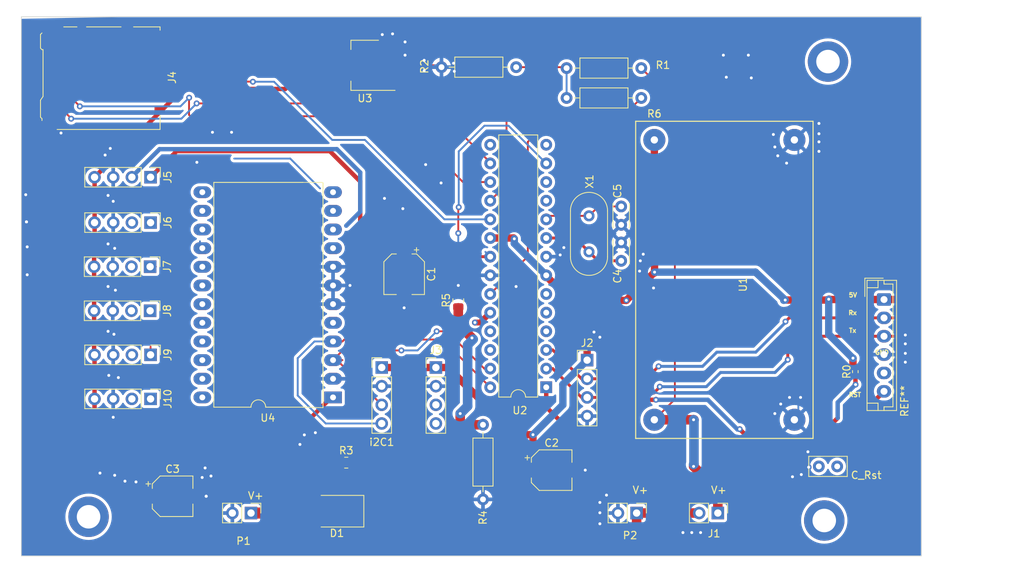
<source format=kicad_pcb>
(kicad_pcb (version 20221018) (generator pcbnew)
  (layers (0 "F.Cu" signal) (31 "B.Cu" signal) (34 "B.Paste" user) (35 "F.Paste" user) (36 "B.SilkS" user "B.Silkscreen") (37 "F.SilkS" user "F.Silkscreen") (38 "B.Mask" user) (39 "F.Mask" user) (44 "Edge.Cuts" user))
  (net 0 "")
  (net 1 "GND")
  (net 2 "+5V")
  (net 3 "Net-(U2-AREF)")
  (net 4 "Net-(U2-XTAL1{slash}PB6)")
  (net 5 "Net-(U2-XTAL2{slash}PB7)")
  (net 6 "Net-(D1-A)")
  (net 7 "Net-(D1-K)")
  (net 8 "Net-(U2-PC4)")
  (net 9 "Net-(U2-PC5)")
  (net 10 "Net-(J1-Pin_1)")
  (net 11 "Net-(J2-Pin_2)")
  (net 12 "Net-(J2-Pin_3)")
  (net 13 "Net-(J3-Pin_3)")
  (net 14 "Net-(J3-Pin_4)")
  (net 16 "/CS")
  (net 17 "/MOSI")
  (net 18 "/SCLK")
  (net 19 "/MISO")
  (net 22 "Net-(J5-Pin_1)")
  (net 23 "Net-(J5-Pin_2)")
  (net 24 "Net-(J6-Pin_1)")
  (net 25 "Net-(J6-Pin_2)")
  (net 26 "Net-(J7-Pin_1)")
  (net 27 "Net-(J7-Pin_2)")
  (net 28 "Net-(J8-Pin_1)")
  (net 29 "Net-(J8-Pin_2)")
  (net 30 "Net-(J9-Pin_1)")
  (net 31 "Net-(J9-Pin_2)")
  (net 32 "Net-(J10-Pin_1)")
  (net 33 "Net-(J10-Pin_2)")
  (net 34 "Net-(U2-PD7)")
  (net 35 "Net-(U2-PC0)")
  (net 37 "Net-(R1-Pad2)")
  (net 38 "Net-(R3-Pad1)")
  (net 44 "3v3")
  (net 52 "RST")
  (net 53 "CRst_1")
  (footprint "Package_TO_SOT_SMD:SOT-223-3_TabPin2" (layer "F.Cu") (at 142.24 68.58 180)
    (fp_text reference "U3")
    (fp_text value "AMS1117-3.3")
  )
  (footprint "Connector_PinHeader_2.54mm:PinHeader_1x02_P2.54mm_Vertical" (layer "F.Cu") (at 179.197 129.54 -90)
    (fp_text reference "P2")
    (fp_text value "BATT")
  )
  (footprint "Resistor_THT:R_Axial_DIN0207_L6.3mm_D2.5mm_P10.16mm_Horizontal" (layer "F.Cu") (at 158.3 117.52 -90)
    (fp_text reference "R4")
    (fp_text value "22K")
  )
  (footprint "Connector_PinHeader_2.54mm:PinHeader_1x04_P2.54mm_Vertical" (layer "F.Cu") (at 151.892 109.728)
    (fp_text reference "J3")
    (fp_text value "AUX")
  )
  (footprint "Resistor_THT:R_Axial_DIN0207_L6.3mm_D2.5mm_P10.16mm_Horizontal" (layer "F.Cu") (at 179.832 68.961 180)
    (fp_text reference "R1")
    (fp_text value "10K")
  )
  (footprint "Connector_PinHeader_2.54mm:PinHeader_1x02_P2.54mm_Vertical" (layer "F.Cu") (at 190.246 129.54 -90)
    (fp_text reference "J1")
    (fp_text value "SWITCH")
  )
  (footprint "Capacitor_THT:C_Disc_D5.0mm_W2.5mm_P2.50mm" (layer "F.Cu") (at 203.982 123.19)
    (fp_text reference "C_Rst")
    (fp_text value "0.1uF/10V")
  )
  (footprint "Connector_PinHeader_2.54mm:PinHeader_1x04_P2.54mm_Vertical" (layer "F.Cu") (at 113.02 96 -90)
    (fp_text reference "J7")
    (fp_text value "T5")
  )
  (footprint "Connector_PinHeader_2.54mm:PinHeader_1x04_P2.54mm_Vertical" (layer "F.Cu") (at 113.08 108 -90)
    (fp_text reference "J9")
    (fp_text value "T7")
  )
  (footprint "eec:DC-DC" (layer "F.Cu") (at 191.77 99.06 90)
    (fp_text reference "U1")
    (fp_text value "DC-DC")
  )
  (footprint "Resistor_SMD:R_0805_2012Metric" (layer "F.Cu") (at 139.7 122.682)
    (fp_text reference "R3")
    (fp_text value "33K, 0805W8F3302T5E")
  )
  (footprint "Package_DIP:DIP-24_W15.24mm_LongPads" (layer "F.Cu") (at 135.362 113.797 180)
    (fp_text reference "U4")
    (fp_text value "TCA9548APWR")
  )
  (footprint "Package_DIP:DIP-28_W7.62mm" (layer "F.Cu") (at 166.904 112.416 180)
    (fp_text reference "U2")
    (fp_text value "ATmega328P-P")
  )
  (footprint "Resistor_SMD:R_0805_2012Metric" (layer "F.Cu") (at 154.94 100.584 90)
    (fp_text reference "R5")
    (fp_text value "100, 0805W8F3302T5E")
  )
  (footprint "" (layer "F.Cu") (at 104.648 130.048)
    (fp_text reference "")
    (fp_text value "")
  )
  (footprint "Resistor_SMD:R_0402_1005Metric" (layer "F.Cu") (at 208.95 110.29 90)
    (fp_text reference "R0")
    (fp_text value "10k")
  )
  (footprint "Connector_PinHeader_2.54mm:PinHeader_1x04_P2.54mm_Vertical" (layer "F.Cu") (at 172.466 108.722)
    (fp_text reference "J2")
    (fp_text value "RS232")
  )
  (footprint "Connector_PinHeader_2.54mm:PinHeader_1x02_P2.54mm_Vertical" (layer "F.Cu") (at 126.746 129.54 -90)
    (fp_text reference "P1")
    (fp_text value "DC IN")
  )
  (footprint "Connector_PinHeader_2.54mm:PinHeader_1x04_P2.54mm_Vertical" (layer "F.Cu") (at 113.08 83.82 -90)
    (fp_text reference "J5")
    (fp_text value "T3")
  )
  (footprint "Connector_PinHeader_2.54mm:PinHeader_1x04_P2.54mm_Vertical" (layer "F.Cu") (at 113.08 114 -90)
    (fp_text reference "J10")
    (fp_text value "T8")
  )
  (footprint "Connector_PinHeader_2.54mm:PinHeader_1x04_P2.54mm_Vertical" (layer "F.Cu") (at 113.02 102 -90)
    (fp_text reference "J8")
    (fp_text value "T6")
  )
  (footprint "Capacitor_SMD:CP_Elec_5x5.4" (layer "F.Cu") (at 116.078 127.254)
    (fp_text reference "C3")
    (fp_text value "100uF/10V")
  )
  (footprint "MountingHole:MountingHole_3.2mm_M3_ISO14580_Pad" (layer "F.Cu") (at 204.724 130.556)
    (fp_text reference "REF**" hide)
    (fp_text value "MountingHole_3.2mm_M3_ISO14580_Pad")
  )
  (footprint "Resistor_THT:R_Axial_DIN0207_L6.3mm_D2.5mm_P10.16mm_Horizontal" (layer "F.Cu") (at 162.814 68.834 180)
    (fp_text reference "R2")
    (fp_text value "4K7")
  )
  (footprint "Resistor_THT:R_Axial_DIN0207_L6.3mm_D2.5mm_P10.16mm_Horizontal" (layer "F.Cu") (at 179.832 73.025 180)
    (fp_text reference "R6")
    (fp_text value "100")
  )
  (footprint "Capacitor_THT:C_Disc_D3.0mm_W2.0mm_P2.50mm" (layer "F.Cu") (at 177.1 87.8 -90)
    (fp_text reference "C5")
    (fp_text value "22p")
  )
  (footprint "Capacitor_SMD:CP_Elec_5x5.4" (layer "F.Cu") (at 167.64 123.698)
    (fp_text reference "C2")
    (fp_text value "100uF/10V")
  )
  (footprint "Capacitor_THT:C_Disc_D3.0mm_W2.0mm_P2.50mm" (layer "F.Cu") (at 177.1 95.2 90)
    (fp_text reference "C4")
    (fp_text value "22p")
  )
  (footprint "Connector_Card:microSD_HC_Hirose_DM3AT-SF-PEJM5" (layer "F.Cu") (at 106.493 70.325 -90)
    (fp_text reference "J4")
    (fp_text value "Micro_SD_Card")
  )
  (footprint "Crystal:Crystal_HC18-U_Vertical" (layer "F.Cu") (at 172.72 93.98 90)
    (fp_text reference "X1")
    (fp_text value "Crystal")
  )
  (footprint "Connector_PinHeader_2.54mm:PinHeader_1x04_P2.54mm_Vertical" (layer "F.Cu") (at 144.526 109.728)
    (fp_text reference "i2C1")
    (fp_text value "J2")
  )
  (footprint "Connector_PinHeader_2.54mm:PinHeader_1x04_P2.54mm_Vertical" (layer "F.Cu") (at 113.08 90 -90)
    (fp_text reference "J6")
    (fp_text value "T4")
  )
  (footprint "Connector_JST:JST_EH_B6B-EH-A_1x06_P2.50mm_Vertical" (layer "F.Cu") (at 212.852 100.47 -90)
    (fp_text reference "REF**")
    (fp_text value "JST_EH_B6B-EH-A_1x06_P2.50mm_Vertical" hide)
  )
  (footprint "Diode_SMD:D_SMB" (layer "F.Cu") (at 138.43 129.286 180)
    (fp_text reference "D1")
    (fp_text value "SMB(DO-214AA)")
  )
  (footprint "Capacitor_SMD:CP_Elec_5x5.4" (layer "F.Cu") (at 147.574 97.028 -90)
    (fp_text reference "C1")
    (fp_text value "100uF/10V")
  )
  (footprint "" (layer "F.Cu") (at 205.232 68.072)
    (fp_text reference "")
    (fp_text value "")
  )
  (gr_rect (start 95.504 61.976) (end 217.932 135.382) (stroke (width 0.1)) (fill none) (layer "Edge.Cuts"))
  (gr_text "RST\n" (at 207.988 113.792) (layer "F.SilkS") (effects (font (size 0.6 0.6) (thickness 0.15) bold) (justify left bottom)))
  (gr_text "V+\n" (at 126.238 127.762) (layer "F.SilkS") (effects (font (size 1 1)) (justify left bottom)))
  (gr_text "V+\n" (at 178.562 127) (layer "F.SilkS") (effects (font (size 1 1)) (justify left bottom)))
  (gr_text "Tx" (at 208.012 105.04) (layer "F.SilkS") (effects (font (size 0.6 0.6) (thickness 0.15) bold) (justify left bottom)))
  (gr_text "GND\n" (at 211.56 108.03) (layer "F.SilkS") (effects (font (size 0.6 0.6) (thickness 0.15) bold) (justify left bottom)))
  (gr_text "V+\n" (at 189.23 127) (layer "F.SilkS") (effects (font (size 1 1)) (justify left bottom)))
  (gr_text "5V\n" (at 207.982 100.21) (layer "F.SilkS") (effects (font (size 0.6 0.6)) (justify left bottom)))
  (gr_text "Rx" (at 207.942 102.63) (layer "F.SilkS") (effects (font (size 0.6 0.6)) (justify left bottom)))
  (segment (start 100.85 81.05) (end 97.2 77.4) (width 0.4) (layer "F.Cu") (net 1))
  (segment (start 169.84 123.698) (end 172.212 123.698) (width 0.25) (layer "F.Cu") (net 1))
  (segment (start 120.396 127.254) (end 120.65 127) (width 0.25) (layer "F.Cu") (net 1))
  (segment (start 158.98 97.48) (end 159.284 97.176) (width 0.25) (layer "F.Cu") (net 1))
  (segment (start 147.94 68.58) (end 152.4 68.58) (width 0.25) (layer "F.Cu") (net 1))
  (segment (start 145.39 70.88) (end 145.64 70.88) (width 0.25) (layer "F.Cu") (net 1))
  (segment (start 147.574 99.228) (end 147.574 101.6) (width 0.25) (layer "F.Cu") (net 1))
  (segment (start 145.64 70.88) (end 147.94 68.58) (width 0.25) (layer "F.Cu") (net 1))
  (segment (start 118.278 127.254) (end 120.396 127.254) (width 0.8) (layer "F.Cu") (net 1))
  (segment (start 108.01 83.89) (end 107.94 83.82) (width 0.25) (layer "F.Cu") (net 1))
  (via (at 215.752 109) (size 0.8) (drill 0.4) (layers "F.Cu" "B.Cu") (net 1))
  (via (at 154.3 68.3) (size 0.8) (drill 0.4) (layers "F.Cu" "B.Cu") (net 1))
  (via (at 144.6 64.4) (size 0.8) (drill 0.4) (layers "F.Cu" "B.Cu") (net 1))
  (via (at 215.752 106.5) (size 0.8) (drill 0.4) (layers "F.Cu" "B.Cu") (net 1))
  (via (at 120.65 127.254) (size 0.8) (drill 0.4) (layers "F.Cu" "B.Cu") (net 1))
  (via (at 147.4 88.1) (size 0.8) (drill 0.4) (layers "F.Cu" "B.Cu") (net 1))
  (via (at 96.3 97.1) (size 0.8) (drill 0.4) (layers "F.Cu" "B.Cu") (net 1))
  (via (at 100.9 77.8) (size 0.8) (drill 0.4) (layers "F.Cu" "B.Cu") (net 1))
  (via (at 144.9 86.7) (size 0.8) (drill 0.4) (layers "F.Cu" "B.Cu") (net 1))
  (via (at 174.2 105.6) (size 0.8) (drill 0.4) (layers "F.Cu" "B.Cu") (net 1))
  (via (at 215.752 107.8) (size 0.8) (drill 0.4) (layers "F.Cu" "B.Cu") (net 1))
  (via (at 133.4 120.2) (size 0.8) (drill 0.4) (layers "F.Cu" "B.Cu") (net 1))
  (via (at 146 64.3) (size 0.8) (drill 0.4) (layers "F.Cu" "B.Cu") (net 1))
  (via (at 108.2 93.5) (size 0.8) (drill 0.4) (layers "F.Cu" "B.Cu") (net 1))
  (via (at 198 116) (size 0.8) (drill 0.4) (layers "F.Cu" "B.Cu") (net 1))
  (via (at 169.3 93.4) (size 0.8) (drill 0.4) (layers "F.Cu" "B.Cu") (net 1))
  (via (at 154.4 69.4) (size 0.8) (drill 0.4) (layers "F.Cu" "B.Cu") (net 1))
  (via (at 107.3 86.3) (size 0.8) (drill 0.4) (layers "F.Cu" "B.Cu") (net 1))
  (via (at 201.5 113.8) (size 0.8) (drill 0.4) (layers "F.Cu" "B.Cu") (net 1))
  (via (at 121.3 124.5) (size 0.8) (drill 0.4) (layers "F.Cu" "B.Cu") (net 1))
  (via (at 191 67.2) (size 0.8) (drill 0.4) (layers "F.Cu" "B.Cu") (net 1))
  (via (at 173.4 104.9) (size 0.8) (drill 0.4) (layers "F.Cu" "B.Cu") (net 1))
  (via (at 162.8 98.7) (size 0.8) (drill 0.4) (layers "F.Cu" "B.Cu") (net 1))
  (via (at 174.2 128.1) (size 0.8) (drill 0.4) (layers "F.Cu" "B.Cu") (net 1))
  (via (at 201.6 124.3) (size 0.8) (drill 0.4) (layers "F.Cu" "B.Cu") (net 1))
  (via (at 174.2 131) (size 0.8) (drill 0.4) (layers "F.Cu" "B.Cu") (net 1))
  (via (at 179.7 95.2) (size 0.8) (drill 0.4) (layers "F.Cu" "B.Cu") (net 1))
  (via (at 108 87.1) (size 0.8) (drill 0.4) (layers "F.Cu" "B.Cu") (net 1))
  (via (at 199.6 81.9) (size 0.8) (drill 0.4) (layers "F.Cu" "B.Cu") (net 1))
  (via (at 120.1 124.7) (size 0.8) (drill 0.4) (layers "F.Cu" "B.Cu") (net 1))
  (via (at 202.5 121.2) (size 0.8) (drill 0.4) (layers "F.Cu" "B.Cu") (net 1))
  (via (at 150.3 69.3) (size 0.8) (drill 0.4) (layers "F.Cu" "B.Cu") (net 1))
  (via (at 174.2 129.5) (size 0.8) (drill 0.4) (layers "F.Cu" "B.Cu") (net 1))
  (via (at 134 118.9) (size 0.8) (drill 0.4) (layers "F.Cu" "B.Cu") (net 1))
  (via (at 175.1 127.1) (size 0.8) (drill 0.4) (layers "F.Cu" "B.Cu") (net 1))
  (via (at 147.7 67.2) (size 0.8) (drill 0.4) (layers "F.Cu" "B.Cu") (net 1))
  (via (at 108.7 111.1) (size 0.8) (drill 0.4) (layers "F.Cu" "B.Cu") (net 1))
  (via (at 140.208 98.552) (size 0.8) (drill 0.4) (layers "F.Cu" "B.Cu") (net 1))
  (via (at 179.6 96.6) (size 0.8) (drill 0.4) (layers "F.Cu" "B.Cu") (net 1))
  (via (at 108.1 105.2) (size 0.8) (drill 0.4) (layers "F.Cu" "B.Cu") (net 1))
  (via (at 172.212 123.698) (size 0.8) (drill 0.4) (layers "F.Cu" "B.Cu") (net 1))
  (via (at 168.8 94.4) (size 0.8) (drill 0.4) (layers "F.Cu" "B.Cu") (net 1))
  (via (at 135.5 118.6) (size 0.8) (drill 0.4) (layers "F.Cu" "B.Cu") (net 1))
  (via (at 106.2 124.1) (size 0.8) (drill 0.4) (layers "F.Cu" "B.Cu") (net 1))
  (via (at 200.4 124.6) (size 0.8) (drill 0.4) (layers "F.Cu" "B.Cu") (net 1))
  (via (at 119.38 81.788) (size 0.8) (drill 0.4) (layers "F.Cu" "B.Cu") (net 1))
  (via (at 194.8 70.3) (size 0.8) (drill 0.4) (layers "F.Cu" "B.Cu") (net 1))
  (via (at 109.6 125.2) (size 0.8) (drill 0.4) (layers "F.Cu" "B.Cu") (net 1))
  (via (at 121.5 77.7) (size 0.8) (drill 0.4) (layers "F.Cu" "B.Cu") (net 1))
  (via (at 120.5 123.4) (size 0.8) (drill 0.4) (layers "F.Cu" "B.Cu") (net 1))
  (via (at 198.4 80.9) (size 0.8) (drill 0.4) (layers "F.Cu" "B.Cu") (net 1))
  (via (at 107.3 98.7) (size 0.8) (drill 0.4) (layers "F.Cu" "B.Cu") (net 1))
  (via (at 187.9 132.2) (size 0.8) (drill 0.4) (layers "F.Cu" "B.Cu") (net 1))
  (via (at 96.2 89.9) (size 0.8) (drill 0.4) (layers "F.Cu" "B.Cu") (net 1))
  (via (at 150.5 82.1) (size 0.8) (drill 0.4) (layers "F.Cu" "B.Cu") (net 1))
  (via (at 108 116.5) (size 0.8) (drill 0.4) (layers "F.Cu" "B.Cu") (net 1))
  (via (at 147.574 101.6) (size 0.8) (drill 0.4) (layers "F.Cu" "B.Cu") (net 1))
  (via (at 204 77.9) (size 0.8) (drill 0.4) (layers "F.Cu" "B.Cu") (net 1))
  (via (at 96.1 86.2) (size 0.8) (drill 0.4) (layers "F.Cu" "B.Cu") (net 1))
  (via (at 191.4 70.2) (size 0.8) (drill 0.4) (layers "F.Cu" "B.Cu") (net 1))
  (via (at 204 80.3) (size 0.8) (drill 0.4) (layers "F.Cu" "B.Cu") (net 1))
  (via (at 197.8 78) (size 0.8) (drill 0.4) (layers "F.Cu" "B.Cu") (net 1))
  (via (at 185.5 132.2) (size 0.8) (drill 0.4) (layers "F.Cu" "B.Cu") (net 1))
  (via (at 200 113.8) (size 0.8) (drill 0.4) (layers "F.Cu" "B.Cu") (net 1))
  (via (at 107.3 104.8) (size 0.8) (drill 0.4) (layers "F.Cu" "B.Cu") (net 1))
  (via (at 204 76.5) (size 0.8) (drill 0.4) (layers "F.Cu" "B.Cu") (net 1))
  (via (at 96.2 89.9) (size 0.8) (drill 0.4) (layers "F.Cu" "B.Cu") (net 1))
  (via (at 96.3 93.3) (size 0.8) (drill 0.4) (layers "F.Cu" "B.Cu") (net 1))
  (via (at 215.752 105.3) (size 0.8) (drill 0.4) (layers "F.Cu" "B.Cu") (net 1))
  (via (at 180.1 94.3) (size 0.8) (drill 0.4) (layers "F.Cu" "B.Cu") (net 1))
  (via (at 111.1 125.3) (size 0.8) (drill 0.4) (layers "F.Cu" "B.Cu") (net 1))
  (via (at 202.6 123.3) (size 0.8) (drill 0.4) (layers "F.Cu" "B.Cu") (net 1))
  (via (at 124.1 77.7) (size 0.8) (drill 0.4) (layers "F.Cu" "B.Cu") (net 1))
  (via (at 181.5 98.9) (size 0.8) (drill 0.4) (layers "F.Cu" "B.Cu") (net 1))
  (via (at 204 79) (size 0.8) (drill 0.4) (layers "F.Cu" "B.Cu") (net 1))
  (via (at 198.8 114.7) (size 0.8) (drill 0.4) (layers "F.Cu" "B.Cu") (net 1))
  (via (at 186.7 132.2) (size 0.8) (drill 0.4) (layers "F.Cu" "B.Cu") (net 1))
  (via (at 107.6 79.9) (size 0.8) (drill 0.4) (layers "F.Cu" "B.Cu") (net 1))
  (via (at 150.3 67.9) (size 0.8) (drill 0.4) (layers "F.Cu" "B.Cu") (net 1))
  (via (at 120.65 127.254) (size 0.8) (drill 0.4) (layers "F.Cu" "B.Cu") (net 1))
  (via (at 108.2 124.4) (size 0.8) (drill 0.4) (layers "F.Cu" "B.Cu") (net 1))
  (via (at 198 79.7) (size 0.8) (drill 0.4) (layers "F.Cu" "B.Cu") (net 1))
  (via (at 194.4 67.2) (size 0.8) (drill 0.4) (layers "F.Cu" "B.Cu") (net 1))
  (via (at 106.9 80.8) (size 0.8) (drill 0.4) (layers "F.Cu" "B.Cu") (net 1))
  (via (at 107.4 110.8) (size 0.8) (drill 0.4) (layers "F.Cu" "B.Cu") (net 1))
  (via (at 107.3 92.9) (size 0.8) (drill 0.4) (layers "F.Cu" "B.Cu") (net 1))
  (via (at 147.7 65.4) (size 0.8) (drill 0.4) (layers "F.Cu" "B.Cu") (net 1))
  (via (at 108.3 99.2) (size 0.8) (drill 0.4) (layers "F.Cu" "B.Cu") (net 1))
  (via (at 152.6 84.6) (size 0.8) (drill 0.4) (layers "F.Cu" "B.Cu") (net 1))
  (segment (start 107.94 101.6) (end 107.87 101.67) (width 0.25) (layer "B.Cu") (net 1))
  (segment (start 158.98 97.48) (end 159.284 97.176) (width 0.25) (layer "B.Cu") (net 1))
  (segment (start 107.94 83.82) (end 108.01 83.89) (width 0.25) (layer "B.Cu") (net 1))
  (segment (start 107.94 98.84) (end 107.94 96.52) (width 0.25) (layer "B.Cu") (net 1))
  (segment (start 108.01 87.11) (end 108 87.1) (width 0.25) (layer "B.Cu") (net 1))
  (segment (start 107.94 101.6) (end 107.94 99.56) (width 0.25) (layer "B.Cu") (net 1))
  (segment (start 201.2 116.3) (end 200.66 116.84) (width 0.25) (layer "B.Cu") (net 1))
  (segment (start 167.878 122.555) (end 169.545 122.555) (width 0.8) (layer "B.Cu") (net 1))
  (segment (start 198.42 76.5) (end 200.66 78.74) (width 0.25) (layer "B.Cu") (net 1))
  (segment (start 152.4 68.58) (end 151.78 68.58) (width 0.25) (layer "B.Cu") (net 1))
  (segment (start 172.42 76.5) (end 198.42 76.5) (width 0.25) (layer "B.Cu") (net 1))
  (segment (start 107.94 93.24) (end 107.94 91.51) (width 0.25) (layer "B.Cu") (net 1))
  (segment (start 108.1 105.2) (end 107.87 105.43) (width 0.25) (layer "B.Cu") (net 1))
  (segment (start 108.3 99.2) (end 107.94 98.84) (width 0.25) (layer "B.Cu") (net 1))
  (segment (start 108.01 87.09) (end 108 87.1) (width 0.25) (layer "B.Cu") (net 1))
  (segment (start 201.2 79.28) (end 201.2 116.3) (width 0.25) (layer "B.Cu") (net 1))
  (segment (start 107.94 91.51) (end 108.01 91.44) (width 0.25) (layer "B.Cu") (net 1))
  (segment (start 107.94 99.56) (end 108.3 99.2) (width 0.25) (layer "B.Cu") (net 1))
  (segment (start 107.94 96.52) (end 107.94 93.76) (width 0.25) (layer "B.Cu") (net 1))
  (segment (start 108.2 93.5) (end 107.94 93.24) (width 0.25) (layer "B.Cu") (net 1))
  (segment (start 107.87 104.97) (end 108.1 105.2) (width 0.25) (layer "B.Cu") (net 1))
  (segment (start 107.94 93.76) (end 108.2 93.5) (width 0.25) (layer "B.Cu") (net 1))
  (segment (start 200.66 78.74) (end 201.2 79.28) (width 0.25) (layer "B.Cu") (net 1))
  (segment (start 165.1 118.872) (end 165.1 123.358) (width 1) (layer "F.Cu") (net 2))
  (segment (start 166.904 97.176) (end 166.904 97.272629) (width 1) (layer "F.Cu") (net 2))
  (segment (start 166.904 97.272629) (end 167.929371 98.298) (width 1) (layer "F.Cu") (net 2))
  (segment (start 167.929371 98.298) (end 172.72 98.298) (width 1) (layer "F.Cu") (net 2))
  (segment (start 208.63 109.46) (end 208.95 109.78) (width 1) (layer "F.Cu") (net 2))
  (segment (start 162.454 92.096) (end 159.284 92.096) (width 1) (layer "F.Cu") (net 2))
  (segment (start 205.33 100.55) (end 205.33 100.43) (width 1) (layer "F.Cu") (net 2))
  (segment (start 173.99 99.568) (end 173.99 100.584) (width 1) (layer "F.Cu") (net 2))
  (segment (start 172.466 104.525852) (end 173.99 103.001852) (width 1) (layer "F.Cu") (net 2))
  (segment (start 205.33 100.43) (end 205.45 100.43) (width 1) (layer "F.Cu") (net 2))
  (segment (start 181.64 96.74) (end 181.64 96.744) (width 1) (layer "F.Cu") (net 2))
  (segment (start 151.892 109.728) (end 153.543 109.728) (width 1) (layer "F.Cu") (net 2))
  (segment (start 181.59 96.79) (end 181.61 96.81) (width 1) (layer "F.Cu") (net 2))
  (segment (start 205.41 100.47) (end 216.7 100.47) (width 1) (layer "F.Cu") (net 2))
  (segment (start 173.99 100.584) (end 177.8 100.584) (width 1) (layer "F.Cu") (net 2))
  (segment (start 181.64 96.744) (end 177.8 100.584) (width 1) (layer "F.Cu") (net 2))
  (segment (start 151.892 109.728) (end 144.526 109.728) (width 1) (layer "F.Cu") (net 2))
  (segment (start 205.34 100.54) (end 205.33 100.55) (width 1) (layer "F.Cu") (net 2))
  (segment (start 181.61 96.81) (end 181.61 96.873878) (width 1) (layer "F.Cu") (net 2))
  (segment (start 205.45 100.43) (end 205.41 100.47) (width 1) (layer "F.Cu") (net 2))
  (segment (start 162.56 92.202) (end 162.454 92.096) (width 1) (layer "F.Cu") (net 2))
  (segment (start 153.543 109.728) (end 162.687 118.872) (width 1) (layer "F.Cu") (net 2))
  (segment (start 172.466 108.722) (end 172.466 104.525852) (width 1) (layer "F.Cu") (net 2))
  (segment (start 165.1 123.358) (end 165.44 123.698) (width 1) (layer "F.Cu") (net 2))
  (segment (start 181.61 78.74) (end 181.64 96.74) (width 1) (layer "F.Cu") (net 2))
  (segment (start 172.72 98.298) (end 173.99 99.568) (width 1) (layer "F.Cu") (net 2))
  (segment (start 173.99 103.001852) (end 173.99 100.584) (width 1) (layer "F.Cu") (net 2))
  (segment (start 181.61 96.77) (end 181.59 96.79) (width 1) (layer "F.Cu") (net 2))
  (segment (start 181.64 96.74) (end 181.61 96.77) (width 1) (layer "F.Cu") (net 2))
  (segment (start 208.63 108.45) (end 208.63 109.46) (width 1) (layer "F.Cu") (net 2))
  (segment (start 162.687 118.872) (end 165.1 118.872) (width 1) (layer "F.Cu") (net 2))
  (segment (start 205.34 100.54) (end 205.46 100.54) (width 1) (layer "F.Cu") (net 2))
  (segment (start 199.41 100.54) (end 205.34 100.54) (width 1) (layer "F.Cu") (net 2))
  (via (at 181.64 96.74) (size 0.8) (drill 0.4) (layers "F.Cu" "B.Cu") (net 2))
  (via (at 208.63 108.45) (size 0.8) (drill 0.4) (layers "F.Cu" "B.Cu") (net 2))
  (via (at 205.33 100.43) (size 0.8) (drill 0.4) (layers "F.Cu" "B.Cu") (net 2))
  (via (at 165.1 118.872) (size 0.8) (drill 0.4) (layers "F.Cu" "B.Cu") (net 2))
  (via (at 162.56 92.202) (size 0.8) (drill 0.4) (layers "F.Cu" "B.Cu") (net 2))
  (via (at 177.8 100.584) (size 0.8) (drill 0.4) (layers "F.Cu" "B.Cu") (net 2))
  (via (at 199.41 100.54) (size 0.8) (drill 0.4) (layers "F.Cu" "B.Cu") (net 2))
  (segment (start 181.64 96.74) (end 195.37 96.74) (width 1) (layer "B.Cu") (net 2))
  (segment (start 208.63 108.5) (end 208.53 108.4) (width 1) (layer "B.Cu") (net 2))
  (segment (start 162.56 92.202) (end 162.56 92.832) (width 1) (layer "B.Cu") (net 2))
  (segment (start 169.164 114.808) (end 165.1 118.872) (width 1) (layer "B.Cu") (net 2))
  (segment (start 205.33 100.43) (end 205.33 105.2) (width 1) (layer "B.Cu") (net 2))
  (segment (start 199.41 100.54) (end 199.21 100.58) (width 1) (layer "B.Cu") (net 2))
  (segment (start 208.58 108.45) (end 208.63 108.45) (width 1) (layer "B.Cu") (net 2))
  (segment (start 162.56 92.832) (end 166.904 97.176) (width 1) (layer "B.Cu") (net 2))
  (segment (start 169.164 112.024) (end 169.164 114.808) (width 1) (layer "B.Cu") (net 2))
  (segment (start 208.63 108.45) (end 208.63 108.5) (width 1) (layer "B.Cu") (net 2))
  (segment (start 205.33 105.2) (end 208.58 108.45) (width 1) (layer "B.Cu") (net 2))
  (segment (start 195.37 96.74) (end 199.41 100.54) (width 1) (layer "B.Cu") (net 2))
  (segment (start 172.466 108.722) (end 169.164 112.024) (width 1) (layer "B.Cu") (net 2))
  (segment (start 159.284 94.636) (end 147.766 94.636) (width 0.4) (layer "F.Cu") (net 3))
  (segment (start 147.766 94.636) (end 147.574 94.828) (width 0.25) (layer "F.Cu") (net 3))
  (segment (start 158.628 93.98) (end 159.284 94.636) (width 0.25) (layer "B.Cu") (net 3))
  (segment (start 166.904 92.096) (end 170.836 92.096) (width 0.4) (layer "F.Cu") (net 4))
  (segment (start 172.72 93.98) (end 173.94 95.2) (width 0.4) (layer "F.Cu") (net 4))
  (segment (start 170.836 92.096) (end 172.72 93.98) (width 0.4) (layer "F.Cu") (net 4))
  (segment (start 173.94 95.2) (end 177.1 95.2) (width 0.4) (layer "F.Cu") (net 4))
  (segment (start 174 87.8) (end 172.72 89.08) (width 0.25) (layer "F.Cu") (net 5))
  (segment (start 167.38 89.08) (end 166.904 89.556) (width 0.25) (layer "F.Cu") (net 5))
  (segment (start 172.72 89.08) (end 167.38 89.08) (width 0.25) (layer "F.Cu") (net 5))
  (segment (start 177.1 87.8) (end 174 87.8) (width 0.25) (layer "F.Cu") (net 5))
  (segment (start 135.89 129.286) (end 135.636 129.54) (width 0.25) (layer "F.Cu") (net 6))
  (segment (start 135.636 123.684) (end 136.638 122.682) (width 1.5) (layer "F.Cu") (net 6))
  (segment (start 136.638 122.682) (end 138.7875 122.682) (width 1.5) (layer "F.Cu") (net 6))
  (segment (start 126.746 129.54) (end 135.636 129.54) (width 1.5) (layer "F.Cu") (net 6))
  (segment (start 135.636 129.54) (end 135.636 123.684) (width 1.5) (layer "F.Cu") (net 6))
  (segment (start 179.197 129.54) (end 179.197 131.203) (width 1.3) (layer "F.Cu") (net 7))
  (segment (start 179.197 129.54) (end 187.706 129.54) (width 1.3) (layer "F.Cu") (net 7))
  (segment (start 179.197 131.203) (end 177.3 133.1) (width 1.3) (layer "F.Cu") (net 7))
  (segment (start 177.3 133.1) (end 154.436 133.1) (width 1.3) (layer "F.Cu") (net 7))
  (segment (start 154.436 133.1) (end 150.622 129.286) (width 1.3) (layer "F.Cu") (net 7))
  (segment (start 175 132.4) (end 175.1 132.3) (width 0.25) (layer "F.Cu") (net 7))
  (segment (start 150.622 129.286) (end 140.58 129.286) (width 1.3) (layer "F.Cu") (net 7))
  (segment (start 153.4 104.8) (end 158.476 109.876) (width 0.25) (layer "F.Cu") (net 8))
  (segment (start 152 104.8) (end 153.4 104.8) (width 0.25) (layer "F.Cu") (net 8))
  (segment (start 158.476 109.876) (end 159.284 109.876) (width 0.25) (layer "F.Cu") (net 8))
  (segment (start 137.902 108.717) (end 139.219 107.4) (width 0.25) (layer "F.Cu") (net 8))
  (segment (start 137.902 108.717) (end 139.184 108.717) (width 0.25) (layer "F.Cu") (net 8))
  (segment (start 139.219 107.4) (end 147.2 107.4) (width 0.25) (layer "F.Cu") (net 8))
  (segment (start 137.902 108.717) (end 138.435 108.717) (width 0.25) (layer "F.Cu") (net 8))
  (segment (start 138.435 108.717) (end 144.526 114.808) (width 0.25) (layer "F.Cu") (net 8))
  (via (at 147.2 107.4) (size 0.8) (drill 0.4) (layers "F.Cu" "B.Cu") (net 8))
  (via (at 152 104.8) (size 0.8) (drill 0.4) (layers "F.Cu" "B.Cu") (net 8))
  (segment (start 149.4 107.4) (end 147.2 107.4) (width 0.25) (layer "B.Cu") (net 8))
  (segment (start 152 104.8) (end 149.4 107.4) (width 0.25) (layer "B.Cu") (net 8))
  (segment (start 137.902 106.177) (end 139.184 106.177) (width 0.25) (layer "F.Cu") (net 9))
  (segment (start 152.786 105.918) (end 159.284 112.416) (width 0.25) (layer "F.Cu") (net 9))
  (segment (start 139.443 105.918) (end 152.786 105.918) (width 0.25) (layer "F.Cu") (net 9))
  (segment (start 139.184 106.177) (end 139.443 105.918) (width 0.25) (layer "F.Cu") (net 9))
  (segment (start 136.906 117.348) (end 133.096 113.538) (width 0.25) (layer "B.Cu") (net 9))
  (segment (start 133.096 108.458) (end 135.377 106.177) (width 0.25) (layer "B.Cu") (net 9))
  (segment (start 144.526 117.348) (end 136.906 117.348) (width 0.25) (layer "B.Cu") (net 9))
  (segment (start 135.377 106.177) (end 137.902 106.177) (width 0.25) (layer "B.Cu") (net 9))
  (segment (start 133.096 113.538) (end 133.096 108.458) (width 0.25) (layer "B.Cu") (net 9))
  (segment (start 190.246 126.492) (end 190.246 129.54) (width 1.3) (layer "F.Cu") (net 10))
  (segment (start 186.944 116.84) (end 181.61 116.84) (width 1.3) (layer "F.Cu") (net 10))
  (segment (start 179.832 68.961) (end 184.4 73.529) (width 0.25) (layer "F.Cu") (net 10))
  (segment (start 186.944 123.19) (end 190.246 126.492) (width 1.3) (layer "F.Cu") (net 10))
  (segment (start 184.4 114.05) (end 181.61 116.84) (width 0.25) (layer "F.Cu") (net 10))
  (segment (start 184.4 73.529) (end 184.4 114.05) (width 0.25) (layer "F.Cu") (net 10))
  (segment (start 187.003878 116.84) (end 186.944 116.84) (width 1.3) (layer "F.Cu") (net 10))
  (via (at 186.944 116.84) (size 0.8) (drill 0.4) (layers "F.Cu" "B.Cu") (net 10))
  (via (at 186.944 123.19) (size 0.8) (drill 0.4) (layers "F.Cu" "B.Cu") (net 10))
  (segment (start 186.998 116.894) (end 186.998 122.882) (width 1.3) (layer "B.Cu") (net 10))
  (segment (start 186.998 122.882) (end 186.944 122.936) (width 1.3) (layer "B.Cu") (net 10))
  (segment (start 186.944 116.84) (end 186.998 116.894) (width 1.3) (layer "B.Cu") (net 10))
  (segment (start 172.466 111.262) (end 171.714 111.262) (width 0.4) (layer "F.Cu") (net 11))
  (segment (start 182.19 109.57) (end 180.498 111.262) (width 0.4) (layer "F.Cu") (net 11))
  (segment (start 199.95 102.97) (end 216.7 102.97) (width 0.4) (layer "F.Cu") (net 11))
  (segment (start 171.714 111.262) (end 167.788 107.336) (width 0.4) (layer "F.Cu") (net 11))
  (segment (start 167.788 107.336) (end 166.904 107.336) (width 0.4) (layer "F.Cu") (net 11))
  (segment (start 180.498 111.262) (end 172.466 111.262) (width 0.4) (layer "F.Cu") (net 11))
  (segment (start 199.45 103.47) (end 199.95 102.97) (width 0.4) (layer "F.Cu") (net 11))
  (via (at 182.19 109.57) (size 0.8) (drill 0.4) (layers "F.Cu" "B.Cu") (net 11))
  (via (at 199.45 103.47) (size 0.8) (drill 0.4) (layers "F.Cu" "B.Cu") (net 11))
  (segment (start 195.415 107.63) (end 199.42 103.625) (width 0.4) (layer "B.Cu") (net 11))
  (segment (start 188.17 109.57) (end 182.19 109.57) (width 0.4) (layer "B.Cu") (net 11))
  (segment (start 190.11 107.63) (end 195.415 107.63) (width 0.4) (layer "B.Cu") (net 11))
  (segment (start 188.17 109.57) (end 190.11 107.63) (width 0.4) (layer "B.Cu") (net 11))
  (segment (start 199.42 103.625) (end 199.42 103.495) (width 0.4) (layer "B.Cu") (net 11))
  (segment (start 167.788 109.876) (end 166.904 109.876) (width 0.4) (layer "F.Cu") (net 12))
  (segment (start 176.53 113.2) (end 175.928 113.802) (width 0.4) (layer "F.Cu") (net 12))
  (segment (start 182.35 112.34) (end 182.39 112.34) (width 0.4) (layer "F.Cu") (net 12))
  (segment (start 199.76 107.326) (end 201.616 105.47) (width 0.4) (layer "F.Cu") (net 12))
  (segment (start 201.616 105.47) (end 216.7 105.47) (width 0.4) (layer "F.Cu") (net 12))
  (segment (start 181.53 113.2) (end 182.35 112.38) (width 0.4) (layer "F.Cu") (net 12))
  (segment (start 176.53 113.2) (end 181.53 113.2) (width 0.4) (layer "F.Cu") (net 12))
  (segment (start 182.39 112.34) (end 182.39 112.34) (width 0.4) (layer "F.Cu") (net 12))
  (segment (start 171.714 113.802) (end 167.788 109.876) (width 0.4) (layer "F.Cu") (net 12))
  (segment (start 172.466 113.802) (end 171.714 113.802) (width 0.4) (layer "F.Cu") (net 12))
  (segment (start 182.35 112.38) (end 182.35 112.34) (width 0.4) (layer "F.Cu") (net 12))
  (segment (start 199.76 108.66) (end 199.76 107.326) (width 0.4) (layer "F.Cu") (net 12))
  (segment (start 175.928 113.802) (end 172.466 113.802) (width 0.4) (layer "F.Cu") (net 12))
  (via (at 199.76 108.66) (size 0.8) (drill 0.4) (layers "F.Cu" "B.Cu") (net 12))
  (via (at 182.35 112.34) (size 0.8) (drill 0.4) (layers "F.Cu" "B.Cu") (net 12))
  (segment (start 199.77 108.66) (end 199.69 108.74) (width 0.4) (layer "B.Cu") (net 12))
  (segment (start 198.03 110.4) (end 199.76 108.67) (width 0.4) (layer "B.Cu") (net 12))
  (segment (start 199.76 108.66) (end 199.77 108.66) (width 0.4) (layer "B.Cu") (net 12))
  (segment (start 199.76 108.67) (end 199.76 108.66) (width 0.4) (layer "B.Cu") (net 12))
  (segment (start 190.62 110.4) (end 198.03 110.4) (width 0.4) (layer "B.Cu") (net 12))
  (segment (start 188.68 112.34) (end 190.62 110.4) (width 0.4) (layer "B.Cu") (net 12))
  (segment (start 182.35 112.34) (end 188.68 112.34) (width 0.4) (layer "B.Cu") (net 12))
  (segment (start 157.2 103.6) (end 157.94 103.6) (width 0.8) (layer "F.Cu") (net 13))
  (segment (start 157.94 103.6) (end 159.284 102.256) (width 0.8) (layer "F.Cu") (net 13))
  (via (at 157.2 103.6) (size 0.8) (drill 0.4) (layers "F.Cu" "B.Cu") (net 13))
  (segment (start 151.24 73.77) (end 119.35 73.77) (width 0.25) (layer "F.Cu") (net 16))
  (segment (start 119.32 73.74) (end 119.24 73.74) (width 0.25) (layer "F.Cu") (net 16))
  (segment (start 100.22 73.75) (end 102.28 75.81) (width 0.25) (layer "F.Cu") (net 16))
  (segment (start 102.32 75.85) (end 102.38 75.91) (width 0.25) (layer "F.Cu") (net 16))
  (segment (start 102.28 75.81) (end 102.28 75.85) (width 0.25) (layer "F.Cu") (net 16))
  (segment (start 99.15 73.75) (end 100.22 73.75) (width 0.25) (layer "F.Cu") (net 16))
  (segment (start 119.35 73.77) (end 119.32 73.74) (width 0.25) (layer "F.Cu") (net 16))
  (segment (start 159.284 81.936) (end 159.284 81.814) (width 0.25) (layer "F.Cu") (net 16))
  (segment (start 102.28 75.85) (end 102.32 75.85) (width 0.25) (layer "F.Cu") (net 16))
  (segment (start 159.284 81.814) (end 151.24 73.77) (width 0.25) (layer "F.Cu") (net 16))
  (via (at 119.35 73.77) (size 0.8) (drill 0.4) (layers "F.Cu" "B.Cu") (net 16))
  (via (at 102.28 75.85) (size 0.8) (drill 0.4) (layers "F.Cu" "B.Cu") (net 16))
  (segment (start 117.27 75.85) (end 119.35 73.77) (width 0.25) (layer "B.Cu") (net 16))
  (segment (start 102.28 75.85) (end 117.27 75.85) (width 0.25) (layer "B.Cu") (net 16))
  (segment (start 159.284 84.476) (end 155.576 84.476) (width 0.25) (layer "F.Cu") (net 17))
  (segment (start 118.315 75.32462) (end 118.315 73.005) (width 0.25) (layer "F.Cu") (net 17))
  (segment (start 103.46 74.165305) (end 103.46 74.17) (width 0.25) (layer "F.Cu") (net 17))
  (segment (start 118.50538 75.515) (end 118.315 75.32462) (width 0.25) (layer "F.Cu") (net 17))
  (segment (start 99.15 72.65) (end 101.944695 72.65) (width 0.25) (layer "F.Cu") (net 17))
  (segment (start 146.615 75.515) (end 118.50538 75.515) (width 0.25) (layer "F.Cu") (net 17))
  (segment (start 103.464695 74.17) (end 103.524695 74.23) (width 0.25) (layer "F.Cu") (net 17))
  (segment (start 155.576 84.476) (end 146.615 75.515) (width 0.25) (layer "F.Cu") (net 17))
  (segment (start 118.315 72.975) (end 118.315 72.965) (width 0.25) (layer "F.Cu") (net 17))
  (segment (start 103.524695 74.23) (end 103.54 74.23) (width 0.25) (layer "F.Cu") (net 17))
  (segment (start 118.33 72.99) (end 118.315 72.975) (width 0.25) (layer "F.Cu") (net 17))
  (segment (start 103.46 74.17) (end 103.464695 74.17) (width 0.25) (layer "F.Cu") (net 17))
  (segment (start 118.315 73.005) (end 118.33 72.99) (width 0.25) (layer "F.Cu") (net 17))
  (segment (start 101.944695 72.65) (end 103.46 74.165305) (width 0.25) (layer "F.Cu") (net 17))
  (via (at 103.46 74.17) (size 0.8) (drill 0.4) (layers "F.Cu" "B.Cu") (net 17))
  (via (at 118.33 72.99) (size 0.8) (drill 0.4) (layers "F.Cu" "B.Cu") (net 17))
  (segment (start 103.46 74.17) (end 117.15 74.17) (width 0.25) (layer "B.Cu") (net 17))
  (segment (start 117.15 74.17) (end 118.33 72.99) (width 0.25) (layer "B.Cu") (net 17))
  (segment (start 126.9845 70.8) (end 127 70.8155) (width 0.25) (layer "F.Cu") (net 18))
  (segment (start 115 70.8) (end 126.9845 70.8) (width 0.25) (layer "F.Cu") (net 18))
  (segment (start 114.7 70.5) (end 115 70.8) (width 0.25) (layer "F.Cu") (net 18))
  (segment (start 99.15 70.45) (end 99.2 70.5) (width 0.25) (layer "F.Cu") (net 18))
  (via (at 127 70.8155) (size 0.8) (drill 0.4) (layers "F.Cu" "B.Cu") (net 18))
  (segment (start 153.056 89.556) (end 159.284 89.556) (width 0.25) (layer "B.Cu") (net 18))
  (segment (start 127 70.8155) (end 129.871896 70.8155) (width 0.25) (layer "B.Cu") (net 18))
  (segment (start 137.796396 78.74) (end 142.24 78.74) (width 0.25) (layer "B.Cu") (net 18))
  (segment (start 129.871896 70.8155) (end 137.796396 78.74) (width 0.25) (layer "B.Cu") (net 18))
  (segment (start 142.24 78.74) (end 153.056 89.556) (width 0.25) (layer "B.Cu") (net 18))
  (segment (start 161.5 72.854) (end 161.5 84.8) (width 0.25) (layer "F.Cu") (net 19))
  (segment (start 152.021 63.375) (end 161.5 72.854) (width 0.25) (layer "F.Cu") (net 19))
  (segment (start 161.5 84.8) (end 159.284 87.016) (width 0.25) (layer "F.Cu") (net 19))
  (segment (start 141.6 91.061) (end 141.6 84.4) (width 0.6) (layer "F.Cu") (net 22))
  (segment (start 116.636 80.264) (end 113.08 83.82) (width 0.6) (layer "F.Cu") (net 22))
  (segment (start 139.7 92.961) (end 141.6 91.061) (width 0.6) (layer "F.Cu") (net 22))
  (segment (start 137.464 80.264) (end 116.636 80.264) (width 0.6) (layer "F.Cu") (net 22))
  (segment (start 141.6 84.4) (end 137.464 80.264) (width 0.6) (layer "F.Cu") (net 22))
  (segment (start 141.6 88.521) (end 139.7 90.421) (width 0.6) (layer "B.Cu") (net 23))
  (segment (start 141.6 83.18) (end 141.6 88.521) (width 0.6) (layer "B.Cu") (net 23))
  (segment (start 138.42 80) (end 141.6 83.18) (width 0.6) (layer "B.Cu") (net 23))
  (segment (start 110.48 83.82) (end 114.3 80) (width 0.6) (layer "B.Cu") (net 23))
  (segment (start 114.3 80) (end 138.42 80) (width 0.6) (layer "B.Cu") (net 23))
  (segment (start 132.08 81.28) (end 124.46 81.28) (width 0.25) (layer "B.Cu") (net 25))
  (segment (start 110.54 89.26) (end 110.54 90) (width 0.25) (layer "B.Cu") (net 25))
  (segment (start 136.141 85.341) (end 132.08 81.28) (width 0.25) (layer "B.Cu") (net 25))
  (segment (start 113.02 96) (end 113.801 96) (width 0.25) (layer "F.Cu") (net 26))
  (segment (start 113.02 102) (end 113.7 102) (width 0.25) (layer "F.Cu") (net 28))
  (segment (start 119.8 92.6) (end 119.8 92.541) (width 0.25) (layer "B.Cu") (net 29))
  (segment (start 113.08 108) (end 113.08 106.881) (width 0.25) (layer "F.Cu") (net 30))
  (segment (start 154.94 98.552) (end 154.94 99.6715) (width 0.25) (layer "F.Cu") (net 34))
  (segment (start 155 87.9) (end 154.94 87.96) (width 0.25) (layer "F.Cu") (net 34))
  (segment (start 154.94 87.96) (end 154.94 91.44) (width 0.25) (layer "F.Cu") (net 34))
  (via (at 155 87.9) (size 0.8) (drill 0.4) (layers "F.Cu" "B.Cu") (net 34))
  (via (at 154.94 98.552) (size 0.8) (drill 0.4) (layers "F.Cu" "B.Cu") (net 34))
  (via (at 154.94 91.44) (size 0.8) (drill 0.4) (layers "F.Cu" "B.Cu") (net 34))
  (segment (start 155 80.3) (end 155 87.9) (width 0.25) (layer "B.Cu") (net 34))
  (segment (start 161.768 76.8) (end 158.5 76.8) (width 0.25) (layer "B.Cu") (net 34))
  (segment (start 155 87.9) (end 155 87.8) (width 0.25) (layer "B.Cu") (net 34))
  (segment (start 154.94 91.44) (end 154.94 98.552) (width 0.25) (layer "B.Cu") (net 34))
  (segment (start 158.5 76.8) (end 155 80.3) (width 0.25) (layer "B.Cu") (net 34))
  (segment (start 166.904 81.936) (end 161.768 76.8) (width 0.25) (layer "B.Cu") (net 34))
  (segment (start 176.457 76.4) (end 167 76.4) (width 0.25) (layer "F.Cu") (net 35))
  (segment (start 164.4 94.6) (end 159.284 99.716) (width 0.25) (layer "F.Cu") (net 35))
  (segment (start 167 76.4) (end 164.4 79) (width 0.25) (layer "F.Cu") (net 35))
  (segment (start 179.832 73.025) (end 176.457 76.4) (width 0.25) (layer "F.Cu") (net 35))
  (segment (start 164.4 79) (end 164.4 94.6) (width 0.25) (layer "F.Cu") (net 35))
  (segment (start 169.545 68.834) (end 169.672 68.961) (width 0.25) (layer "F.Cu") (net 37))
  (segment (start 162.814 68.834) (end 169.545 68.834) (width 0.25) (layer "F.Cu") (net 37))
  (segment (start 169.672 73.025) (end 169.672 68.961) (width 0.25) (layer "B.Cu") (net 37))
  (segment (start 155.2 117.5) (end 155.2 116) (width 1.3) (layer "F.Cu") (net 38))
  (segment (start 150.018 122.682) (end 155.2 117.5) (width 1.3) (layer "F.Cu") (net 38))
  (segment (start 154.94 103.84) (end 154.94 101.6) (width 1.3) (layer "F.Cu") (net 38))
  (segment (start 155.22 117.52) (end 155.2 117.5) (width 1.3) (layer "F.Cu") (net 38))
  (segment (start 156.8 105.7) (end 154.94 103.84) (width 1.3) (layer "F.Cu") (net 38))
  (segment (start 158.3 117.52) (end 155.22 117.52) (width 1.3) (layer "F.Cu") (net 38))
  (segment (start 140.6125 122.682) (end 150.018 122.682) (width 1.3) (layer "F.Cu") (net 38))
  (via (at 156.8 105.7) (size 0.8) (drill 0.4) (layers "F.Cu" "B.Cu") (net 38))
  (via (at 155.2 116) (size 0.8) (drill 0.4) (layers "F.Cu" "B.Cu") (net 38))
  (segment (start 156.21 114.99) (end 156.21 106.64061) (width 1.3) (layer "B.Cu") (net 38))
  (segment (start 155.2 116) (end 156.21 114.99) (width 1.3) (layer "B.Cu") (net 38))
  (segment (start 156.21 106.64061) (end 156.975305 105.875305) (width 1.3) (layer "B.Cu") (net 38))
  (segment (start 117.5 71.8) (end 131.4 71.8) (width 0.6) (layer "F.Cu") (net 44))
  (segment (start 105.46 108) (end 105.46 114) (width 0.6) (layer "F.Cu") (net 44))
  (segment (start 133.096 118.364) (end 121.536 118.364) (width 0.6) (layer "F.Cu") (net 44))
  (segment (start 105.47 87.689) (end 105.47 83.89) (width 0.6) (layer "F.Cu") (net 44))
  (segment (start 105.4 102) (end 105.4 107.94) (width 0.6) (layer "F.Cu") (net 44))
  (segment (start 137.902 113.797) (end 137.663 113.797) (width 0.6) (layer "F.Cu") (net 44))
  (segment (start 105.4 101.6) (end 105.4 91.51) (width 0.6) (layer "F.Cu") (net 44))
  (segment (start 105.47 83.89) (end 105.4 83.82) (width 0.6) (layer "F.Cu") (net 44))
  (segment (start 105.46 114) (end 105.46 117.652) (width 0.6) (layer "F.Cu") (net 44))
  (segment (start 113.408 125.6) (end 113.792 125.6) (width 0.6) (layer "F.Cu") (net 44))
  (segment (start 139.09 68.58) (end 145.39 68.58) (width 0.6) (layer "F.Cu") (net 44))
  (segment (start 107.366852 81.933148) (end 117.5 71.8) (width 0.6) (layer "F.Cu") (net 44))
  (segment (start 137.663 113.797) (end 133.096 118.364) (width 0.6) (layer "F.Cu") (net 44))
  (segment (start 105.4 107.94) (end 105.46 108) (width 0.6) (layer "F.Cu") (net 44))
  (segment (start 107.346852 81.933148) (end 107.366852 81.933148) (width 0.6) (layer "F.Cu") (net 44))
  (segment (start 105.4 91.51) (end 105.47 91.44) (width 0.6) (layer "F.Cu") (net 44))
  (segment (start 121.536 118.364) (end 114.3 125.6) (width 0.6) (layer "F.Cu") (net 44))
  (segment (start 105.47 91.44) (end 105.47 87.689) (width 0.6) (layer "F.Cu") (net 44))
  (segment (start 105.46 117.652) (end 113.408 125.6) (width 0.6) (layer "F.Cu") (net 44))
  (segment (start 113.792 125.6) (end 114.3 125.6) (width 0.6) (layer "F.Cu") (net 44))
  (segment (start 131.4 71.8) (end 134.62 68.58) (width 0.6) (layer "F.Cu") (net 44))
  (segment (start 113.878 125.686) (end 113.878 127.254) (width 0.6) (layer "F.Cu") (net 44))
  (segment (start 113.792 125.6) (end 113.878 125.686) (width 0.6) (layer "F.Cu") (net 44))
  (segment (start 134.62 68.58) (end 139.09 68.58) (width 0.6) (layer "F.Cu") (net 44))
  (segment (start 105.46 83.82) (end 107.346852 81.933148) (width 0.6) (layer "F.Cu") (net 44))
  (segment (start 195.2 120.1) (end 203.05 120.1) (width 0.6) (layer "F.Cu") (net 52))
  (segment (start 166.904 112.416) (end 166.904 115.104) (width 0.6) (layer "F.Cu") (net 52))
  (segment (start 208.98 112.05) (end 208.95 112.02) (width 0.6) (layer "F.Cu") (net 52))
  (segment (start 174.871 119.261) (end 180.012 114.12) (width 0.6) (layer "F.Cu") (net 52))
  (segment (start 171.061 119.261) (end 171.225 119.425) (width 0.6) (layer "F.Cu") (net 52))
  (segment (start 193.22 118.12) (end 195.2 120.1) (width 0.6) (layer "F.Cu") (net 52))
  (segment (start 171.061 119.261) (end 174.871 119.261) (width 0.6) (layer "F.Cu") (net 52))
  (segment (start 180.012 114.12) (end 181.83 114.12) (width 0.6) (layer "F.Cu") (net 52))
  (segment (start 208.95 110.8) (end 208.98 112.05) (width 0.6) (layer "F.Cu") (net 52))
  (segment (start 203.05 120.1) (end 206.55 116.6) (width 0.6) (layer "F.Cu") (net 52))
  (segment (start 166.904 115.104) (end 171.061 119.261) (width 0.6) (layer "F.Cu") (net 52))
  (segment (start 181.83 114.040871) (end 181.830871 114.04) (width 0.6) (layer "F.Cu") (net 52))
  (segment (start 181.83 114.12) (end 181.83 114.040871) (width 0.6) (layer "F.Cu") (net 52))
  (via (at 193.22 118.12) (size 0.8) (drill 0.4) (layers "F.Cu" "B.Cu") (net 52))
  (via (at 181.83 114.12) (size 0.8) (drill 0.4) (layers "F.Cu" "B.Cu") (net 52))
  (via (at 208.98 112.05) (size 0.8) (drill 0.4) (layers "F.Cu" "B.Cu") (net 52))
  (segment (start 208.98 112.05) (end 206.55 114.48) (width 0.6) (layer "B.Cu") (net 52))
  (segment (start 181.83 114.12) (end 188.88 114.12) (width 0.6) (layer "B.Cu") (net 52))
  (segment (start 206.55 114.48) (end 206.55 116.6) (width 0.6) (layer "B.Cu") (net 52))
  (segment (start 193.22 118.12) (end 193.26 118.16) (width 0.6) (layer "B.Cu") (net 52))
  (segment (start 208.98 112.05) (end 209.05 112.12) (width 0.6) (layer "B.Cu") (net 52))
  (segment (start 192.92 118.16) (end 193.22 118.12) (width 0.6) (layer "B.Cu") (net 52))
  (segment (start 188.88 114.12) (end 192.92 118.16) (width 0.6) (layer "B.Cu") (net 52))
  (segment (start 209.05 116.6) (end 213.07 116.6) (width 0.6) (layer "F.Cu") (net 53))
  (segment (start 209.222 116.6) (end 212.852 112.97) (width 0.6) (layer "F.Cu") (net 53))
  (zone (net 1) (net_name "GND") (layer "B.Cu") (connect_pads (clearance 0.4)) (min_thickness 0.25) (fill yes (thermal_gap 0.5) (thermal_bridge_width 0.5))
    (polygon (pts (xy 92.868 62.3) (xy 231.902 59.69) (xy 228.38 137.16) (xy 92.6 136.5) (xy 92.6 82.9) (xy 92.768 82.9)))
  )
)
</source>
